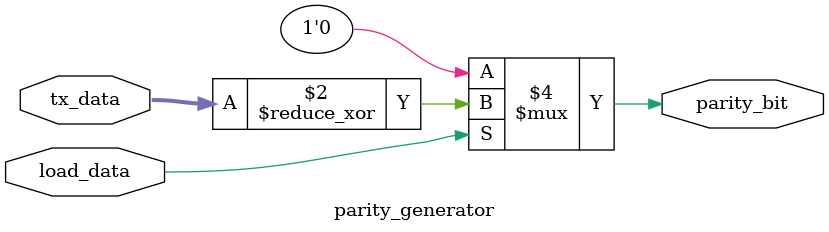
<source format=v>

module parity_generator(parity_bit,tx_data,load_data);
output reg parity_bit;
input [7:0]tx_data;
input load_data;
always@(*)
begin
if (load_data)
parity_bit<=^tx_data;//sum of even number 1's exor result will be 0 and sum of odd number of 1's result is 1
else
parity_bit<=1'b0;
end
endmodule
/////10101011 --->odd parity ,sum =1

</source>
